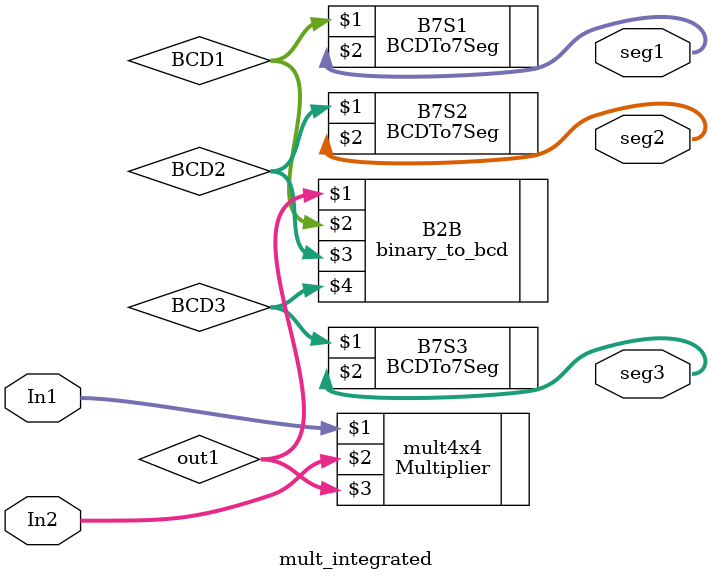
<source format=v>
`include "mult4x4.v"
`include "bcd.v"
`include "ssd.v"

module mult_integrated(
input[3:0] In1,
input[3:0] In2,
output[6:0] seg1,
output[6:0] seg2,
output[6:0] seg3
);

wire[7:0] out1;
Multiplier mult4x4(
In1,
In2,
out1
);

wire[3:0] BCD1;
wire[3:0] BCD2;
wire[3:0] BCD3;
binary_to_bcd B2B(
out1,
BCD1,
BCD2,
BCD3
);

BCDTo7Seg B7S1(
BCD1,
seg1
);

BCDTo7Seg B7S2(
BCD2,
seg2
);

BCDTo7Seg B7S3(
BCD3,
seg3
);

endmodule





</source>
